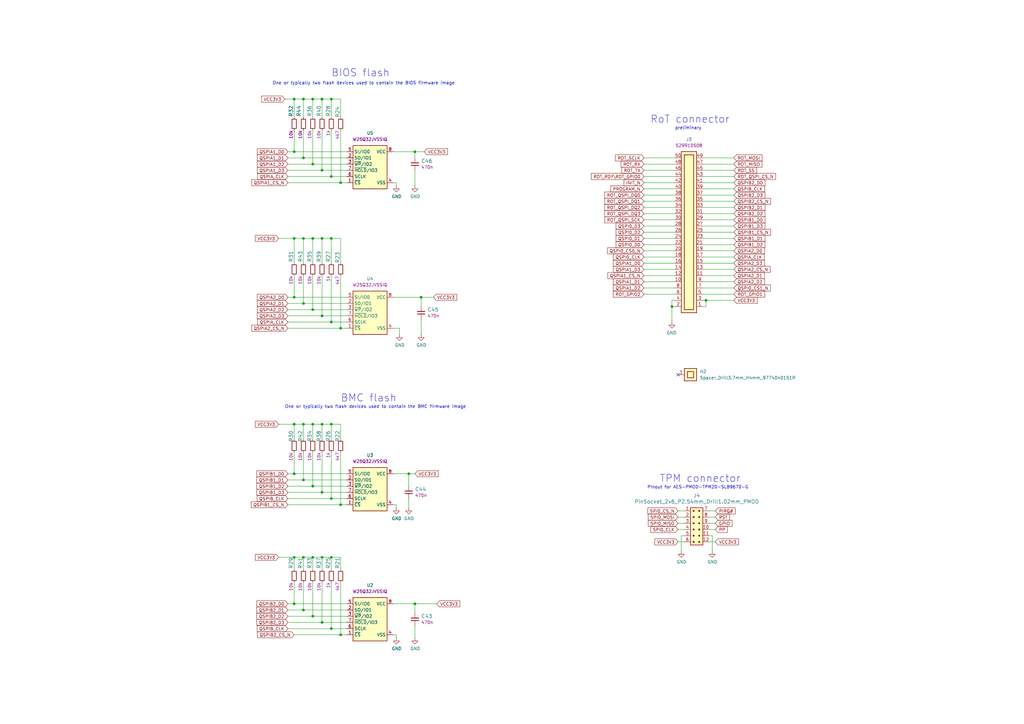
<source format=kicad_sch>
(kicad_sch (version 20230121) (generator eeschema)
  (paper "A3")
  (title_block (title "ECP5 - Datacenter Secure Control Module (DC-SCM)") (date "2024-07-15") (rev "1.2.1"))
  (junction (at 132.08 40.64))
  (junction (at 128.27 199.39))
  (junction (at 135.89 97.79))
  (junction (at 124.46 250.19))
  (junction (at 139.7 74.93))
  (junction (at 124.46 97.79))
  (junction (at 120.65 173.99))
  (junction (at 120.65 40.64))
  (junction (at 135.89 72.39))
  (junction (at 124.46 228.6))
  (junction (at 132.08 129.54))
  (junction (at 120.65 194.31))
  (junction (at 128.27 173.99))
  (junction (at 124.46 40.64))
  (junction (at 128.27 228.6))
  (junction (at 120.65 97.79))
  (junction (at 170.18 62.23))
  (junction (at 120.65 228.6))
  (junction (at 135.89 204.47))
  (junction (at 120.65 247.65))
  (junction (at 172.72 121.92))
  (junction (at 124.46 124.46))
  (junction (at 124.46 173.99))
  (junction (at 135.89 228.6))
  (junction (at 132.08 255.27))
  (junction (at 132.08 228.6))
  (junction (at 135.89 257.81))
  (junction (at 139.7 207.01))
  (junction (at 132.08 201.93))
  (junction (at 124.46 196.85))
  (junction (at 135.89 173.99))
  (junction (at 132.08 173.99))
  (junction (at 135.89 132.08))
  (junction (at 132.08 97.79))
  (junction (at 289.56 123.19))
  (junction (at 120.65 62.23))
  (junction (at 170.18 247.65))
  (junction (at 139.7 134.62))
  (junction (at 128.27 252.73))
  (junction (at 124.46 64.77))
  (junction (at 135.89 40.64))
  (junction (at 120.65 121.92))
  (junction (at 167.64 194.31))
  (junction (at 139.7 260.35))
  (junction (at 128.27 97.79))
  (junction (at 128.27 67.31))
  (junction (at 132.08 69.85))
  (junction (at 128.27 40.64))
  (junction (at 275.59 125.73))
  (junction (at 128.27 127))
  (no_connect (at 278.13 153.67))
  (wire (pts (xy 300.99 72.39) (xy 288.29 72.39)))
  (wire (pts (xy 139.7 260.35) (xy 142.24 260.35)))
  (wire (pts (xy 161.29 74.93) (xy 162.56 74.93)))
  (wire (pts (xy 118.11 199.39) (xy 128.27 199.39)))
  (wire (pts (xy 170.18 69.85) (xy 170.18 76.2)))
  (wire (pts (xy 118.11 247.65) (xy 120.65 247.65)))
  (wire (pts (xy 124.46 196.85) (xy 142.24 196.85)))
  (wire (pts (xy 114.3 173.99) (xy 120.65 173.99)))
  (wire (pts (xy 124.46 238.76) (xy 124.46 250.19)))
  (wire (pts (xy 120.65 194.31) (xy 142.24 194.31)))
  (wire (pts (xy 293.37 214.63) (xy 290.83 214.63)))
  (wire (pts (xy 120.65 121.92) (xy 142.24 121.92)))
  (wire (pts (xy 124.46 97.79) (xy 124.46 107.95)))
  (wire (pts (xy 132.08 201.93) (xy 142.24 201.93)))
  (wire (pts (xy 161.29 134.62) (xy 163.83 134.62)))
  (wire (pts (xy 289.56 123.19) (xy 289.56 125.73)))
  (wire (pts (xy 293.37 212.09) (xy 290.83 212.09)))
  (wire (pts (xy 116.84 40.64) (xy 120.65 40.64)))
  (wire (pts (xy 276.86 74.93) (xy 264.16 74.93)))
  (wire (pts (xy 278.13 214.63) (xy 280.67 214.63)))
  (wire (pts (xy 118.11 255.27) (xy 132.08 255.27)))
  (wire (pts (xy 124.46 40.64) (xy 128.27 40.64)))
  (wire (pts (xy 276.86 97.79) (xy 264.16 97.79)))
  (wire (pts (xy 132.08 228.6) (xy 132.08 233.68)))
  (wire (pts (xy 276.86 102.87) (xy 264.16 102.87)))
  (wire (pts (xy 275.59 125.73) (xy 275.59 132.08)))
  (wire (pts (xy 292.1 219.71) (xy 292.1 226.06)))
  (wire (pts (xy 139.7 207.01) (xy 142.24 207.01)))
  (wire (pts (xy 132.08 97.79) (xy 132.08 107.95)))
  (wire (pts (xy 120.65 247.65) (xy 142.24 247.65)))
  (wire (pts (xy 135.89 173.99) (xy 139.7 173.99)))
  (wire (pts (xy 118.11 250.19) (xy 124.46 250.19)))
  (wire (pts (xy 124.46 228.6) (xy 128.27 228.6)))
  (wire (pts (xy 288.29 105.41) (xy 300.99 105.41)))
  (wire (pts (xy 132.08 40.64) (xy 135.89 40.64)))
  (wire (pts (xy 288.29 97.79) (xy 300.99 97.79)))
  (wire (pts (xy 167.64 204.47) (xy 167.64 208.28)))
  (wire (pts (xy 135.89 72.39) (xy 142.24 72.39)))
  (wire (pts (xy 135.89 228.6) (xy 139.7 228.6)))
  (wire (pts (xy 278.13 209.55) (xy 280.67 209.55)))
  (wire (pts (xy 278.13 222.25) (xy 280.67 222.25)))
  (wire (pts (xy 278.13 217.17) (xy 280.67 217.17)))
  (wire (pts (xy 118.11 132.08) (xy 135.89 132.08)))
  (wire (pts (xy 128.27 97.79) (xy 132.08 97.79)))
  (wire (pts (xy 289.56 123.19) (xy 288.29 123.19)))
  (wire (pts (xy 276.86 69.85) (xy 264.16 69.85)))
  (wire (pts (xy 118.11 194.31) (xy 120.65 194.31)))
  (wire (pts (xy 276.86 115.57) (xy 264.16 115.57)))
  (wire (pts (xy 132.08 69.85) (xy 142.24 69.85)))
  (wire (pts (xy 276.86 110.49) (xy 264.16 110.49)))
  (wire (pts (xy 128.27 113.03) (xy 128.27 127)))
  (wire (pts (xy 135.89 173.99) (xy 132.08 173.99)))
  (wire (pts (xy 288.29 85.09) (xy 300.99 85.09)))
  (wire (pts (xy 264.16 105.41) (xy 276.86 105.41)))
  (wire (pts (xy 276.86 80.01) (xy 264.16 80.01)))
  (wire (pts (xy 170.18 247.65) (xy 179.07 247.65)))
  (wire (pts (xy 161.29 62.23) (xy 170.18 62.23)))
  (wire (pts (xy 170.18 62.23) (xy 170.18 64.77)))
  (wire (pts (xy 161.29 121.92) (xy 172.72 121.92)))
  (wire (pts (xy 128.27 173.99) (xy 128.27 180.34)))
  (wire (pts (xy 132.08 228.6) (xy 128.27 228.6)))
  (wire (pts (xy 300.99 74.93) (xy 288.29 74.93)))
  (wire (pts (xy 162.56 260.35) (xy 161.29 260.35)))
  (wire (pts (xy 135.89 185.42) (xy 135.89 204.47)))
  (wire (pts (xy 124.46 185.42) (xy 124.46 196.85)))
  (wire (pts (xy 118.11 121.92) (xy 120.65 121.92)))
  (wire (pts (xy 114.3 228.6) (xy 120.65 228.6)))
  (wire (pts (xy 172.72 130.81) (xy 172.72 137.16)))
  (wire (pts (xy 275.59 123.19) (xy 275.59 125.73)))
  (wire (pts (xy 120.65 185.42) (xy 120.65 194.31)))
  (wire (pts (xy 170.18 256.54) (xy 170.18 261.62)))
  (wire (pts (xy 275.59 125.73) (xy 276.86 125.73)))
  (wire (pts (xy 114.3 97.79) (xy 120.65 97.79)))
  (wire (pts (xy 135.89 228.6) (xy 132.08 228.6)))
  (wire (pts (xy 120.65 113.03) (xy 120.65 121.92)))
  (wire (pts (xy 118.11 207.01) (xy 139.7 207.01)))
  (wire (pts (xy 118.11 204.47) (xy 135.89 204.47)))
  (wire (pts (xy 293.37 217.17) (xy 290.83 217.17)))
  (wire (pts (xy 118.11 257.81) (xy 135.89 257.81)))
  (wire (pts (xy 135.89 204.47) (xy 142.24 204.47)))
  (wire (pts (xy 276.86 90.17) (xy 264.16 90.17)))
  (wire (pts (xy 276.86 87.63) (xy 264.16 87.63)))
  (wire (pts (xy 139.7 238.76) (xy 139.7 260.35)))
  (wire (pts (xy 288.29 90.17) (xy 300.99 90.17)))
  (wire (pts (xy 128.27 185.42) (xy 128.27 199.39)))
  (wire (pts (xy 118.11 67.31) (xy 128.27 67.31)))
  (wire (pts (xy 139.7 228.6) (xy 139.7 233.68)))
  (wire (pts (xy 135.89 257.81) (xy 142.24 257.81)))
  (wire (pts (xy 120.65 228.6) (xy 120.65 233.68)))
  (wire (pts (xy 276.86 113.03) (xy 264.16 113.03)))
  (wire (pts (xy 288.29 67.31) (xy 300.99 67.31)))
  (wire (pts (xy 118.11 74.93) (xy 139.7 74.93)))
  (wire (pts (xy 118.11 127) (xy 128.27 127)))
  (wire (pts (xy 128.27 238.76) (xy 128.27 252.73)))
  (wire (pts (xy 135.89 97.79) (xy 139.7 97.79)))
  (wire (pts (xy 162.56 260.35) (xy 162.56 261.62)))
  (wire (pts (xy 118.11 69.85) (xy 132.08 69.85)))
  (wire (pts (xy 288.29 92.71) (xy 300.99 92.71)))
  (wire (pts (xy 288.29 82.55) (xy 300.99 82.55)))
  (wire (pts (xy 132.08 173.99) (xy 128.27 173.99)))
  (wire (pts (xy 300.99 107.95) (xy 288.29 107.95)))
  (wire (pts (xy 118.11 196.85) (xy 124.46 196.85)))
  (wire (pts (xy 118.11 64.77) (xy 124.46 64.77)))
  (wire (pts (xy 128.27 228.6) (xy 128.27 233.68)))
  (wire (pts (xy 118.11 72.39) (xy 135.89 72.39)))
  (wire (pts (xy 172.72 121.92) (xy 177.8 121.92)))
  (wire (pts (xy 276.86 85.09) (xy 264.16 85.09)))
  (wire (pts (xy 118.11 124.46) (xy 124.46 124.46)))
  (wire (pts (xy 162.56 74.93) (xy 162.56 76.2)))
  (wire (pts (xy 120.65 40.64) (xy 120.65 48.26)))
  (wire (pts (xy 132.08 97.79) (xy 135.89 97.79)))
  (wire (pts (xy 139.7 113.03) (xy 139.7 134.62)))
  (wire (pts (xy 288.29 69.85) (xy 300.99 69.85)))
  (wire (pts (xy 132.08 53.34) (xy 132.08 69.85)))
  (wire (pts (xy 135.89 132.08) (xy 142.24 132.08)))
  (wire (pts (xy 135.89 53.34) (xy 135.89 72.39)))
  (wire (pts (xy 124.46 124.46) (xy 142.24 124.46)))
  (wire (pts (xy 120.65 260.35) (xy 139.7 260.35)))
  (wire (pts (xy 139.7 185.42) (xy 139.7 207.01)))
  (wire (pts (xy 276.86 64.77) (xy 264.16 64.77)))
  (wire (pts (xy 128.27 199.39) (xy 142.24 199.39)))
  (wire (pts (xy 124.46 173.99) (xy 124.46 180.34)))
  (wire (pts (xy 162.56 207.01) (xy 161.29 207.01)))
  (wire (pts (xy 170.18 247.65) (xy 161.29 247.65)))
  (wire (pts (xy 132.08 255.27) (xy 142.24 255.27)))
  (wire (pts (xy 162.56 208.28) (xy 162.56 207.01)))
  (wire (pts (xy 163.83 134.62) (xy 163.83 137.16)))
  (wire (pts (xy 135.89 173.99) (xy 135.89 180.34)))
  (wire (pts (xy 120.65 173.99) (xy 124.46 173.99)))
  (wire (pts (xy 120.65 228.6) (xy 124.46 228.6)))
  (wire (pts (xy 289.56 123.19) (xy 300.99 123.19)))
  (wire (pts (xy 288.29 80.01) (xy 300.99 80.01)))
  (wire (pts (xy 128.27 40.64) (xy 132.08 40.64)))
  (wire (pts (xy 118.11 62.23) (xy 120.65 62.23)))
  (wire (pts (xy 139.7 53.34) (xy 139.7 74.93)))
  (wire (pts (xy 132.08 129.54) (xy 142.24 129.54)))
  (wire (pts (xy 118.11 252.73) (xy 128.27 252.73)))
  (wire (pts (xy 300.99 113.03) (xy 288.29 113.03)))
  (wire (pts (xy 135.89 113.03) (xy 135.89 132.08)))
  (wire (pts (xy 124.46 97.79) (xy 128.27 97.79)))
  (wire (pts (xy 278.13 212.09) (xy 280.67 212.09)))
  (wire (pts (xy 135.89 97.79) (xy 135.89 107.95)))
  (wire (pts (xy 124.46 250.19) (xy 142.24 250.19)))
  (wire (pts (xy 276.86 92.71) (xy 264.16 92.71)))
  (wire (pts (xy 128.27 97.79) (xy 128.27 107.95)))
  (wire (pts (xy 276.86 100.33) (xy 264.16 100.33)))
  (wire (pts (xy 118.11 134.62) (xy 139.7 134.62)))
  (wire (pts (xy 128.27 53.34) (xy 128.27 67.31)))
  (wire (pts (xy 124.46 40.64) (xy 124.46 48.26)))
  (wire (pts (xy 128.27 40.64) (xy 128.27 48.26)))
  (wire (pts (xy 120.65 40.64) (xy 124.46 40.64)))
  (wire (pts (xy 128.27 127) (xy 142.24 127)))
  (wire (pts (xy 120.65 62.23) (xy 142.24 62.23)))
  (wire (pts (xy 132.08 238.76) (xy 132.08 255.27)))
  (wire (pts (xy 293.37 209.55) (xy 290.83 209.55)))
  (wire (pts (xy 290.83 219.71) (xy 292.1 219.71)))
  (wire (pts (xy 275.59 123.19) (xy 276.86 123.19)))
  (wire (pts (xy 300.99 77.47) (xy 288.29 77.47)))
  (wire (pts (xy 139.7 74.93) (xy 142.24 74.93)))
  (wire (pts (xy 290.83 222.25) (xy 293.37 222.25)))
  (wire (pts (xy 120.65 97.79) (xy 124.46 97.79)))
  (wire (pts (xy 276.86 95.25) (xy 264.16 95.25)))
  (wire (pts (xy 139.7 48.26) (xy 139.7 40.64)))
  (wire (pts (xy 276.86 120.65) (xy 264.16 120.65)))
  (wire (pts (xy 128.27 252.73) (xy 142.24 252.73)))
  (wire (pts (xy 120.65 97.79) (xy 120.65 107.95)))
  (wire (pts (xy 132.08 173.99) (xy 132.08 180.34)))
  (wire (pts (xy 288.29 64.77) (xy 300.99 64.77)))
  (wire (pts (xy 118.11 129.54) (xy 132.08 129.54)))
  (wire (pts (xy 288.29 118.11) (xy 300.99 118.11)))
  (wire (pts (xy 139.7 134.62) (xy 142.24 134.62)))
  (wire (pts (xy 139.7 40.64) (xy 135.89 40.64)))
  (wire (pts (xy 124.46 228.6) (xy 124.46 233.68)))
  (wire (pts (xy 288.29 100.33) (xy 300.99 100.33)))
  (wire (pts (xy 120.65 238.76) (xy 120.65 247.65)))
  (wire (pts (xy 135.89 40.64) (xy 135.89 48.26)))
  (wire (pts (xy 289.56 125.73) (xy 288.29 125.73)))
  (wire (pts (xy 170.18 62.23) (xy 173.99 62.23)))
  (wire (pts (xy 132.08 113.03) (xy 132.08 129.54)))
  (wire (pts (xy 124.46 64.77) (xy 142.24 64.77)))
  (wire (pts (xy 135.89 238.76) (xy 135.89 257.81)))
  (wire (pts (xy 276.86 67.31) (xy 264.16 67.31)))
  (wire (pts (xy 276.86 77.47) (xy 264.16 77.47)))
  (wire (pts (xy 167.64 194.31) (xy 170.18 194.31)))
  (wire (pts (xy 139.7 97.79) (xy 139.7 107.95)))
  (wire (pts (xy 276.86 118.11) (xy 264.16 118.11)))
  (wire (pts (xy 132.08 185.42) (xy 132.08 201.93)))
  (wire (pts (xy 170.18 247.65) (xy 170.18 251.46)))
  (wire (pts (xy 124.46 53.34) (xy 124.46 64.77)))
  (wire (pts (xy 132.08 40.64) (xy 132.08 48.26)))
  (wire (pts (xy 300.99 110.49) (xy 288.29 110.49)))
  (wire (pts (xy 128.27 67.31) (xy 142.24 67.31)))
  (wire (pts (xy 288.29 102.87) (xy 300.99 102.87)))
  (wire (pts (xy 172.72 121.92) (xy 172.72 125.73)))
  (wire (pts (xy 120.65 53.34) (xy 120.65 62.23)))
  (wire (pts (xy 279.4 219.71) (xy 279.4 226.06)))
  (wire (pts (xy 276.86 72.39) (xy 264.16 72.39)))
  (wire (pts (xy 124.46 173.99) (xy 128.27 173.99)))
  (wire (pts (xy 120.65 173.99) (xy 120.65 180.34)))
  (wire (pts (xy 139.7 173.99) (xy 139.7 180.34)))
  (wire (pts (xy 124.46 113.03) (xy 124.46 124.46)))
  (wire (pts (xy 276.86 107.95) (xy 264.16 107.95)))
  (wire (pts (xy 288.29 120.65) (xy 300.99 120.65)))
  (wire (pts (xy 300.99 115.57) (xy 288.29 115.57)))
  (wire (pts (xy 167.64 194.31) (xy 167.64 199.39)))
  (wire (pts (xy 276.86 82.55) (xy 264.16 82.55)))
  (wire (pts (xy 161.29 194.31) (xy 167.64 194.31)))
  (wire (pts (xy 288.29 95.25) (xy 300.99 95.25)))
  (wire (pts (xy 118.11 201.93) (xy 132.08 201.93)))
  (wire (pts (xy 288.29 87.63) (xy 300.99 87.63)))
  (wire (pts (xy 280.67 219.71) (xy 279.4 219.71)))
  (wire (pts (xy 135.89 228.6) (xy 135.89 233.68)))
  (text "BMC flash" (at 139.7 165.1 0) (effects (font (size 2.9972 2.9972)) (justify left bottom)))
  (text "One or typically two flash devices used to contain the BIOS firmware image" (at 111.76 34.925 0) (effects (font (size 1.27 1.27)) (justify left bottom)))
  (text "preliminary\n" (at 276.86 53.34 0) (effects (font (size 1.27 1.27)) (justify left bottom)))
  (text "BIOS flash" (at 135.89 31.75 0) (effects (font (size 2.9972 2.9972)) (justify left bottom)))
  (text "Pinout for AES-PMOD-TPM20-SLB9670-G" (at 265.43 200.66 0) (effects (font (size 1.27 1.27)) (justify left bottom)))
  (text "RoT connector" (at 266.7 50.8 0) (effects (font (size 2.9972 2.9972)) (justify left bottom)))
  (text "One or typically two flash devices used to contain the BMC firmware image" (at 116.84 167.64 0) (effects (font (size 1.27 1.27)) (justify left bottom)))
  (text "TPM connector" (at 270.51 198.12 0) (effects (font (size 2.9972 2.9972)) (justify left bottom)))
  (global_label "QSPIA1_D1" (shape input) (at 264.16 115.57 180) (property "Intersheetrefs" "${INTERSHEET_REFS}" (effects hide)))
  (global_label "QSPIB2_D1" (shape input) (at 118.11 250.19 180) (property "Intersheetrefs" "${INTERSHEET_REFS}" (effects hide)))
  (global_label "PP" (shape input) (at 293.37 217.17 0) (property "Intersheetrefs" "${INTERSHEET_REFS}" (effects hide)))
  (global_label "QSPIB1_CS_N" (shape input) (at 118.11 207.01 180) (property "Intersheetrefs" "${INTERSHEET_REFS}" (effects hide)))
  (global_label "QSPIB_CLK" (shape input) (at 300.99 77.47 0) (property "Intersheetrefs" "${INTERSHEET_REFS}" (effects hide)))
  (global_label "QSPI0_D3" (shape input) (at 264.16 92.71 180) (property "Intersheetrefs" "${INTERSHEET_REFS}" (effects hide)))
  (global_label "QSPIB1_D1" (shape input) (at 118.11 196.85 180) (property "Intersheetrefs" "${INTERSHEET_REFS}" (effects hide)))
  (global_label "PROGRAM_N" (shape input) (at 264.16 77.47 180) (property "Intersheetrefs" "${INTERSHEET_REFS}" (effects hide)))
  (global_label "QSPIA_CLK" (shape input) (at 300.99 105.41 0) (property "Intersheetrefs" "${INTERSHEET_REFS}" (effects hide)))
  (global_label "ROT_QSPI_DQ2" (shape input) (at 264.16 85.09 180) (property "Intersheetrefs" "${INTERSHEET_REFS}" (effects hide)))
  (global_label "QSPIB2_D1" (shape input) (at 300.99 85.09 0) (property "Intersheetrefs" "${INTERSHEET_REFS}" (effects hide)))
  (global_label "QSPIA2_D0" (shape input) (at 118.11 121.92 180) (property "Intersheetrefs" "${INTERSHEET_REFS}" (effects hide)))
  (global_label "QSPIB1_D2" (shape input) (at 118.11 199.39 180) (property "Intersheetrefs" "${INTERSHEET_REFS}" (effects hide)))
  (global_label "QSPI0_CS0_N" (shape input) (at 264.16 102.87 180) (property "Intersheetrefs" "${INTERSHEET_REFS}" (effects hide)))
  (global_label "QSPIB2_D0" (shape input) (at 300.99 74.93 0) (property "Intersheetrefs" "${INTERSHEET_REFS}" (effects hide)))
  (global_label "ROT_QSPI_DQ1" (shape input) (at 264.16 82.55 180) (property "Intersheetrefs" "${INTERSHEET_REFS}" (effects hide)))
  (global_label "ROT_SCLK" (shape input) (at 264.16 64.77 180) (property "Intersheetrefs" "${INTERSHEET_REFS}" (effects hide)))
  (global_label "QSPIB1_D0" (shape input) (at 118.11 194.31 180) (property "Intersheetrefs" "${INTERSHEET_REFS}" (effects hide)))
  (global_label "QSPIB2_CS_N" (shape input) (at 120.65 260.35 180) (property "Intersheetrefs" "${INTERSHEET_REFS}" (effects hide)))
  (global_label "VCC3V3" (shape input) (at 116.84 40.64 180) (property "Intersheetrefs" "${INTERSHEET_REFS}" (effects hide)))
  (global_label "ROT_RDY\\ROT_GPIO0" (shape input) (at 264.16 72.39 180) (property "Intersheetrefs" "${INTERSHEET_REFS}" (effects hide)))
  (global_label "QSPIA1_D0" (shape input) (at 264.16 107.95 180) (property "Intersheetrefs" "${INTERSHEET_REFS}" (effects hide)))
  (global_label "ROT_QSPI_DQ3" (shape input) (at 264.16 87.63 180) (property "Intersheetrefs" "${INTERSHEET_REFS}" (effects hide)))
  (global_label "QSPIB1_D3" (shape input) (at 300.99 92.71 0) (property "Intersheetrefs" "${INTERSHEET_REFS}" (effects hide)))
  (global_label "QSPI0_CLK" (shape input) (at 264.16 105.41 180) (property "Intersheetrefs" "${INTERSHEET_REFS}" (effects hide)))
  (global_label "VCC3V3" (shape input) (at 177.8 121.92 0) (property "Intersheetrefs" "${INTERSHEET_REFS}" (effects hide)))
  (global_label "QSPIA1_D2" (shape input) (at 118.11 67.31 180) (property "Intersheetrefs" "${INTERSHEET_REFS}" (effects hide)))
  (global_label "VCC3V3" (shape input) (at 173.99 62.23 0) (property "Intersheetrefs" "${INTERSHEET_REFS}" (effects hide)))
  (global_label "QSPIA_CLK" (shape input) (at 118.11 132.08 180) (property "Intersheetrefs" "${INTERSHEET_REFS}" (effects hide)))
  (global_label "ROT_RX" (shape input) (at 264.16 67.31 180) (property "Intersheetrefs" "${INTERSHEET_REFS}" (effects hide)))
  (global_label "QSPIA2_D1" (shape input) (at 118.11 124.46 180) (property "Intersheetrefs" "${INTERSHEET_REFS}" (effects hide)))
  (global_label "QSPIB2_D3" (shape input) (at 118.11 255.27 180) (property "Intersheetrefs" "${INTERSHEET_REFS}" (effects hide)))
  (global_label "RST" (shape input) (at 293.37 212.09 0) (property "Intersheetrefs" "${INTERSHEET_REFS}" (effects hide)))
  (global_label "VCC3V3" (shape input) (at 170.18 194.31 0) (property "Intersheetrefs" "${INTERSHEET_REFS}" (effects hide)))
  (global_label "ROT_QSPI_DQ0" (shape input) (at 264.16 80.01 180) (property "Intersheetrefs" "${INTERSHEET_REFS}" (effects hide)))
  (global_label "ROT_TX" (shape input) (at 264.16 69.85 180) (property "Intersheetrefs" "${INTERSHEET_REFS}" (effects hide)))
  (global_label "VCC3V3" (shape input) (at 300.99 123.19 0) (property "Intersheetrefs" "${INTERSHEET_REFS}" (effects hide)))
  (global_label "QSPIB2_D0" (shape input) (at 118.11 247.65 180) (property "Intersheetrefs" "${INTERSHEET_REFS}" (effects hide)))
  (global_label "QSPI0_CS1_N" (shape input) (at 300.99 118.11 0) (property "Intersheetrefs" "${INTERSHEET_REFS}" (effects hide)))
  (global_label "VCC3V3" (shape input) (at 293.37 222.25 0) (property "Intersheetrefs" "${INTERSHEET_REFS}" (effects hide)))
  (global_label "QSPIA1_D2" (shape input) (at 264.16 118.11 180) (property "Intersheetrefs" "${INTERSHEET_REFS}" (effects hide)))
  (global_label "VCC3V3" (shape input) (at 114.3 97.79 180) (property "Intersheetrefs" "${INTERSHEET_REFS}" (effects hide)))
  (global_label "QSPI0_D1" (shape input) (at 264.16 97.79 180) (property "Intersheetrefs" "${INTERSHEET_REFS}" (effects hide)))
  (global_label "QSPIB1_CS_N" (shape input) (at 300.99 95.25 0) (property "Intersheetrefs" "${INTERSHEET_REFS}" (effects hide)))
  (global_label "VCC3V3" (shape input) (at 179.07 247.65 0) (property "Intersheetrefs" "${INTERSHEET_REFS}" (effects hide)))
  (global_label "QSPIB1_D3" (shape input) (at 118.11 201.93 180) (property "Intersheetrefs" "${INTERSHEET_REFS}" (effects hide)))
  (global_label "QSPIB1_D2" (shape input) (at 300.99 100.33 0) (property "Intersheetrefs" "${INTERSHEET_REFS}" (effects hide)))
  (global_label "QSPI0_D0" (shape input) (at 264.16 100.33 180) (property "Intersheetrefs" "${INTERSHEET_REFS}" (effects hide)))
  (global_label "QSPIA1_D3" (shape input) (at 264.16 110.49 180) (property "Intersheetrefs" "${INTERSHEET_REFS}" (effects hide)))
  (global_label "VCC3V3" (shape input) (at 114.3 173.99 180) (property "Intersheetrefs" "${INTERSHEET_REFS}" (effects hide)))
  (global_label "QSPIB2_CS_N" (shape input) (at 300.99 82.55 0) (property "Intersheetrefs" "${INTERSHEET_REFS}" (effects hide)))
  (global_label "ROT_SS" (shape input) (at 300.99 69.85 0) (property "Intersheetrefs" "${INTERSHEET_REFS}" (effects hide)))
  (global_label "PIRQ#" (shape input) (at 293.37 209.55 0) (property "Intersheetrefs" "${INTERSHEET_REFS}" (effects hide)))
  (global_label "VCC3V3" (shape input) (at 278.13 222.25 180) (property "Intersheetrefs" "${INTERSHEET_REFS}" (effects hide)))
  (global_label "ROT_GPIO2" (shape input) (at 264.16 120.65 180) (property "Intersheetrefs" "${INTERSHEET_REFS}" (effects hide)))
  (global_label "QSPIA2_D3" (shape input) (at 300.99 107.95 0) (property "Intersheetrefs" "${INTERSHEET_REFS}" (effects hide)))
  (global_label "INIT_N" (shape input) (at 264.16 74.93 180) (property "Intersheetrefs" "${INTERSHEET_REFS}" (effects hide)))
  (global_label "QSPIB1_D0" (shape input) (at 300.99 90.17 0) (property "Intersheetrefs" "${INTERSHEET_REFS}" (effects hide)))
  (global_label "QSPIB2_D3" (shape input) (at 300.99 80.01 0) (property "Intersheetrefs" "${INTERSHEET_REFS}" (effects hide)))
  (global_label "QSPIB2_D2" (shape input) (at 118.11 252.73 180) (property "Intersheetrefs" "${INTERSHEET_REFS}" (effects hide)))
  (global_label "QSPI0_D2" (shape input) (at 264.16 95.25 180) (property "Intersheetrefs" "${INTERSHEET_REFS}" (effects hide)))
  (global_label "QSPIA1_D1" (shape input) (at 118.11 64.77 180) (property "Intersheetrefs" "${INTERSHEET_REFS}" (effects hide)))
  (global_label "QSPIA2_D2" (shape input) (at 118.11 127 180) (property "Intersheetrefs" "${INTERSHEET_REFS}" (effects hide)))
  (global_label "QSPIA1_D0" (shape input) (at 118.11 62.23 180) (property "Intersheetrefs" "${INTERSHEET_REFS}" (effects hide)))
  (global_label "QSPIA_CLK" (shape input) (at 118.11 72.39 180) (property "Intersheetrefs" "${INTERSHEET_REFS}" (effects hide)))
  (global_label "SPI0_CS_N" (shape input) (at 278.13 209.55 180) (property "Intersheetrefs" "${INTERSHEET_REFS}" (effects hide)))
  (global_label "SPI0_MISO" (shape input) (at 278.13 214.63 180) (property "Intersheetrefs" "${INTERSHEET_REFS}" (effects hide)))
  (global_label "QSPIB_CLK" (shape input) (at 118.11 257.81 180) (property "Intersheetrefs" "${INTERSHEET_REFS}" (effects hide)))
  (global_label "QSPIA1_CS_N" (shape input) (at 118.11 74.93 180) (property "Intersheetrefs" "${INTERSHEET_REFS}" (effects hide)))
  (global_label "ROT_MOSI" (shape input) (at 300.99 64.77 0) (property "Intersheetrefs" "${INTERSHEET_REFS}" (effects hide)))
  (global_label "SPI0_MOSI" (shape input) (at 278.13 212.09 180) (property "Intersheetrefs" "${INTERSHEET_REFS}" (effects hide)))
  (global_label "VCC3V3" (shape input) (at 114.3 228.6 180) (property "Intersheetrefs" "${INTERSHEET_REFS}" (effects hide)))
  (global_label "ROT_MISO" (shape input) (at 300.99 67.31 0) (property "Intersheetrefs" "${INTERSHEET_REFS}" (effects hide)))
  (global_label "QSPIA2_D3" (shape input) (at 118.11 129.54 180) (property "Intersheetrefs" "${INTERSHEET_REFS}" (effects hide)))
  (global_label "QSPIA2_D1" (shape input) (at 300.99 113.03 0) (property "Intersheetrefs" "${INTERSHEET_REFS}" (effects hide)))
  (global_label "QSPIA2_CS_N" (shape input) (at 300.99 110.49 0) (property "Intersheetrefs" "${INTERSHEET_REFS}" (effects hide)))
  (global_label "SPI0_CLK" (shape input) (at 278.13 217.17 180) (property "Intersheetrefs" "${INTERSHEET_REFS}" (effects hide)))
  (global_label "QSPIA1_CS_N" (shape input) (at 264.16 113.03 180) (property "Intersheetrefs" "${INTERSHEET_REFS}" (effects hide)))
  (global_label "QSPIA2_D0" (shape input) (at 300.99 102.87 0) (property "Intersheetrefs" "${INTERSHEET_REFS}" (effects hide)))
  (global_label "ROT_QSPI_CS_N" (shape input) (at 300.99 72.39 0) (property "Intersheetrefs" "${INTERSHEET_REFS}" (effects hide)))
  (global_label "ROT_GPIO1" (shape input) (at 300.99 120.65 0) (property "Intersheetrefs" "${INTERSHEET_REFS}" (effects hide)))
  (global_label "QSPIB_CLK" (shape input) (at 118.11 204.47 180) (property "Intersheetrefs" "${INTERSHEET_REFS}" (effects hide)))
  (global_label "ROT_QSPI_SCK" (shape input) (at 264.16 90.17 180) (property "Intersheetrefs" "${INTERSHEET_REFS}" (effects hide)))
  (global_label "QSPIA2_D2" (shape input) (at 300.99 115.57 0) (property "Intersheetrefs" "${INTERSHEET_REFS}" (effects hide)))
  (global_label "QSPIA2_CS_N" (shape input) (at 118.11 134.62 180) (property "Intersheetrefs" "${INTERSHEET_REFS}" (effects hide)))
  (global_label "GPIO" (shape input) (at 293.37 214.63 0) (property "Intersheetrefs" "${INTERSHEET_REFS}" (effects hide)))
  (global_label "QSPIA1_D3" (shape input) (at 118.11 69.85 180) (property "Intersheetrefs" "${INTERSHEET_REFS}" (effects hide)))
  (global_label "QSPIB2_D2" (shape input) (at 300.99 87.63 0) (property "Intersheetrefs" "${INTERSHEET_REFS}" (effects hide)))
  (global_label "QSPIB1_D1" (shape input) (at 300.99 97.79 0) (property "Intersheetrefs" "${INTERSHEET_REFS}" (effects hide)))
  (symbol (lib_id "antmicroResistors0402:R_4k7_0402") (at 139.7 48.26 270) (unit 1)
    (property "Reference" "R24" (at 138.43 48.26 0) (effects (font (size 1.524 1.524)) (justify right)))
    (property "Value" "R_4k7_0402" (effects hide))
    (property "Footprint" "antmicro-footprints:R_0402_1005Metric" (effects hide))
    (property "Datasheet" "https://www.bourns.com/docs/product-datasheets/cr.pdf" (effects hide))
    (property "Manufacturer" "Bourns" (effects hide))
    (property "MPN" "CR0402-FX-4701GLF" (effects hide))
    (property "Val" "4k7" (at 138.43 57.15 0) (effects (justify right)))
    (property "License" "Apache-2.0" (effects hide))
    (property "Author" "Antmicro" (effects hide))
    (property "Tolerance" "1%" (effects hide))
    (property "Public" "False" (effects hide))
  )
  (symbol (lib_id "antmicroResistors0402:R_1k_0402") (at 135.89 48.26 270) (unit 1)
    (property "Reference" "R28" (at 134.62 43.18 0) (effects (font (size 1.524 1.524)) (justify left)))
    (property "Value" "R_1k_0402" (effects hide))
    (property "Footprint" "antmicro-footprints:R_0402_1005Metric" (effects hide))
    (property "Datasheet" "https://www.bourns.com/docs/product-datasheets/cr.pdf" (effects hide))
    (property "Manufacturer" "Bourns" (effects hide))
    (property "MPN" "CR0402-FX-1001GLF" (effects hide))
    (property "Val" "1k" (at 134.62 53.34 0) (effects (justify left)))
    (property "License" "Apache-2.0" (effects hide))
    (property "Author" "Antmicro" (effects hide))
    (property "Tolerance" "1%" (effects hide))
    (property "Public" "False" (effects hide))
  )
  (symbol (lib_id "antmicroResistors0402:R_10k_0402") (at 120.65 53.34 90) (unit 1)
    (property "Reference" "R32" (at 119.38 43.18 0) (effects (font (size 1.524 1.524)) (justify right)))
    (property "Value" "R_10k_0402" (effects hide))
    (property "Footprint" "antmicro-footprints:R_0402_1005Metric" (effects hide))
    (property "Datasheet" "https://www.bourns.com/docs/product-datasheets/cr.pdf" (effects hide))
    (property "Manufacturer" "Bourns" (effects hide))
    (property "MPN" "CR0402-FX-1002GLF" (effects hide))
    (property "Val" "10k" (at 119.38 53.34 0) (effects (justify right)))
    (property "License" "Apache-2.0" (effects hide))
    (property "Author" "Antmicro" (effects hide))
    (property "Tolerance" "1%" (effects hide))
    (property "Public" "False" (effects hide))
  )
  (symbol (lib_id "antmicroResistors0402:R_10k_0402") (at 132.08 53.34 90) (unit 1)
    (property "Reference" "R40" (at 130.81 43.18 0) (effects (font (size 1.524 1.524)) (justify right)))
    (property "Value" "R_10k_0402" (effects hide))
    (property "Footprint" "antmicro-footprints:R_0402_1005Metric" (effects hide))
    (property "Datasheet" "https://www.bourns.com/docs/product-datasheets/cr.pdf" (effects hide))
    (property "Manufacturer" "Bourns" (effects hide))
    (property "MPN" "CR0402-FX-1002GLF" (effects hide))
    (property "Val" "10k" (at 130.81 53.34 0) (effects (justify right)))
    (property "License" "Apache-2.0" (effects hide))
    (property "Author" "Antmicro" (effects hide))
    (property "Tolerance" "1%" (effects hide))
    (property "Public" "False" (effects hide))
  )
  (symbol (lib_id "antmicroResistors0402:R_10k_0402") (at 124.46 53.34 90) (unit 1)
    (property "Reference" "R44" (at 122.555 43.18 0) (effects (font (size 1.524 1.524)) (justify right)))
    (property "Value" "R_10k_0402" (effects hide))
    (property "Footprint" "antmicro-footprints:R_0402_1005Metric" (effects hide))
    (property "Datasheet" "https://www.bourns.com/docs/product-datasheets/cr.pdf" (effects hide))
    (property "Manufacturer" "Bourns" (effects hide))
    (property "MPN" "CR0402-FX-1002GLF" (effects hide))
    (property "Val" "10k" (at 123.19 53.34 0) (effects (justify right)))
    (property "License" "Apache-2.0" (effects hide))
    (property "Author" "Antmicro" (effects hide))
    (property "Tolerance" "1%" (effects hide))
    (property "Public" "False" (effects hide))
  )
  (symbol (lib_id "antmicroCapacitors0402:C_470n_0402") (at 170.18 69.85 90) (unit 1)
    (property "Reference" "C46" (at 172.72 66.0336 90) (effects (font (size 1.524 1.524)) (justify right)))
    (property "Value" "C_470n_0402" (effects hide))
    (property "Footprint" "antmicro-footprints:C_0402_1005Metric" (effects hide))
    (property "Datasheet" "https://product.tdk.com/en/search/capacitor/ceramic/mlcc/info?part_no=C1005X5R1E474M050BB" (effects hide))
    (property "Manufacturer" "TDK" (effects hide))
    (property "MPN" "C1005X5R1E474M050BB" (effects hide))
    (property "Val" "470n" (at 172.72 68.5736 90) (effects (justify right)))
    (property "License" "Apache-2.0" (effects hide))
    (property "Author" "Antmicro" (effects hide))
    (property "Public" "False" (effects hide))
  )
  (symbol (lib_id "antmicropower:GND") (at 170.18 76.2 0) (unit 1)
    (property "Reference" "#PWR019" (effects hide))
    (property "Value" "GND" (at 170.307 80.5942 0))
    (property "Author" "Antmicro" (effects hide))
    (property "License" "Apache-2.0" (effects hide))
  )
  (symbol (lib_id "antmicroResistors0402:R_10k_0402") (at 128.27 53.34 90) (unit 1)
    (property "Reference" "R36" (at 127 43.18 0) (effects (font (size 1.524 1.524)) (justify right)))
    (property "Value" "R_10k_0402" (effects hide))
    (property "Footprint" "antmicro-footprints:R_0402_1005Metric" (effects hide))
    (property "Datasheet" "https://www.bourns.com/docs/product-datasheets/cr.pdf" (effects hide))
    (property "Manufacturer" "Bourns" (effects hide))
    (property "MPN" "CR0402-FX-1002GLF" (effects hide))
    (property "Val" "10k" (at 127 53.34 0) (effects (justify right)))
    (property "License" "Apache-2.0" (effects hide))
    (property "Author" "Antmicro" (effects hide))
    (property "Tolerance" "1%" (effects hide))
    (property "Public" "False" (effects hide))
  )
  (symbol (lib_id "antmicropower:GND") (at 279.4 226.06 0) (unit 1)
    (property "Reference" "#PWR025" (effects hide))
    (property "Value" "GND" (at 279.527 230.4542 0))
    (property "Author" "Antmicro" (effects hide))
    (property "License" "Apache-2.0" (effects hide))
  )
  (symbol (lib_id "antmicropower:GND") (at 292.1 226.06 0) (unit 1)
    (property "Reference" "#PWR026" (effects hide))
    (property "Value" "GND" (at 292.227 230.4542 0))
    (property "Author" "Antmicro" (effects hide))
    (property "License" "Apache-2.0" (effects hide))
  )
  (symbol (lib_id "antmicroResistors0402:R_4k7_0402") (at 139.7 107.95 270) (unit 1)
    (property "Reference" "R23" (at 138.43 107.95 0) (effects (font (size 1.524 1.524)) (justify right)))
    (property "Value" "R_4k7_0402" (effects hide))
    (property "Footprint" "antmicro-footprints:R_0402_1005Metric" (effects hide))
    (property "Datasheet" "https://www.bourns.com/docs/product-datasheets/cr.pdf" (effects hide))
    (property "Manufacturer" "Bourns" (effects hide))
    (property "MPN" "CR0402-FX-4701GLF" (effects hide))
    (property "Val" "4k7" (at 138.43 116.84 0) (effects (justify right)))
    (property "License" "Apache-2.0" (effects hide))
    (property "Author" "Antmicro" (effects hide))
    (property "Tolerance" "1%" (effects hide))
    (property "Public" "False" (effects hide))
  )
  (symbol (lib_id "antmicroResistors0402:R_1k_0402") (at 135.89 107.95 270) (unit 1)
    (property "Reference" "R27" (at 134.62 102.87 0) (effects (font (size 1.524 1.524)) (justify left)))
    (property "Value" "R_1k_0402" (effects hide))
    (property "Footprint" "antmicro-footprints:R_0402_1005Metric" (effects hide))
    (property "Datasheet" "https://www.bourns.com/docs/product-datasheets/cr.pdf" (effects hide))
    (property "Manufacturer" "Bourns" (effects hide))
    (property "MPN" "CR0402-FX-1001GLF" (effects hide))
    (property "Val" "1k" (at 134.62 113.03 0) (effects (justify left)))
    (property "License" "Apache-2.0" (effects hide))
    (property "Author" "Antmicro" (effects hide))
    (property "Tolerance" "1%" (effects hide))
    (property "Public" "False" (effects hide))
  )
  (symbol (lib_id "antmicroResistors0402:R_10k_0402") (at 120.65 113.03 90) (unit 1)
    (property "Reference" "R31" (at 119.38 102.87 0) (effects (font (size 1.524 1.524)) (justify right)))
    (property "Value" "R_10k_0402" (effects hide))
    (property "Footprint" "antmicro-footprints:R_0402_1005Metric" (effects hide))
    (property "Datasheet" "https://www.bourns.com/docs/product-datasheets/cr.pdf" (effects hide))
    (property "Manufacturer" "Bourns" (effects hide))
    (property "MPN" "CR0402-FX-1002GLF" (effects hide))
    (property "Val" "10k" (at 119.38 113.03 0) (effects (justify right)))
    (property "License" "Apache-2.0" (effects hide))
    (property "Author" "Antmicro" (effects hide))
    (property "Tolerance" "1%" (effects hide))
    (property "Public" "False" (effects hide))
  )
  (symbol (lib_id "antmicroResistors0402:R_10k_0402") (at 132.08 113.03 90) (unit 1)
    (property "Reference" "R39" (at 130.81 102.87 0) (effects (font (size 1.524 1.524)) (justify right)))
    (property "Value" "R_10k_0402" (effects hide))
    (property "Footprint" "antmicro-footprints:R_0402_1005Metric" (effects hide))
    (property "Datasheet" "https://www.bourns.com/docs/product-datasheets/cr.pdf" (effects hide))
    (property "Manufacturer" "Bourns" (effects hide))
    (property "MPN" "CR0402-FX-1002GLF" (effects hide))
    (property "Val" "10k" (at 130.81 113.03 0) (effects (justify right)))
    (property "License" "Apache-2.0" (effects hide))
    (property "Author" "Antmicro" (effects hide))
    (property "Tolerance" "1%" (effects hide))
    (property "Public" "False" (effects hide))
  )
  (symbol (lib_id "antmicroResistors0402:R_10k_0402") (at 124.46 113.03 90) (unit 1)
    (property "Reference" "R43" (at 123.19 102.87 0) (effects (font (size 1.524 1.524)) (justify right)))
    (property "Value" "R_10k_0402" (effects hide))
    (property "Footprint" "antmicro-footprints:R_0402_1005Metric" (effects hide))
    (property "Datasheet" "https://www.bourns.com/docs/product-datasheets/cr.pdf" (effects hide))
    (property "Manufacturer" "Bourns" (effects hide))
    (property "MPN" "CR0402-FX-1002GLF" (effects hide))
    (property "Val" "10k" (at 123.19 113.03 0) (effects (justify right)))
    (property "License" "Apache-2.0" (effects hide))
    (property "Author" "Antmicro" (effects hide))
    (property "Tolerance" "1%" (effects hide))
    (property "Public" "False" (effects hide))
  )
  (symbol (lib_id "antmicroCapacitors0402:C_470n_0402") (at 172.72 130.81 90) (unit 1)
    (property "Reference" "C45" (at 175.26 126.9936 90) (effects (font (size 1.524 1.524)) (justify right)))
    (property "Value" "C_470n_0402" (effects hide))
    (property "Footprint" "antmicro-footprints:C_0402_1005Metric" (effects hide))
    (property "Datasheet" "https://product.tdk.com/en/search/capacitor/ceramic/mlcc/info?part_no=C1005X5R1E474M050BB" (effects hide))
    (property "Manufacturer" "TDK" (effects hide))
    (property "MPN" "C1005X5R1E474M050BB" (effects hide))
    (property "Val" "470n" (at 175.26 129.5336 90) (effects (justify right)))
    (property "License" "Apache-2.0" (effects hide))
    (property "Author" "Antmicro" (effects hide))
    (property "Public" "False" (effects hide))
  )
  (symbol (lib_id "antmicropower:GND") (at 172.72 137.16 0) (unit 1)
    (property "Reference" "#PWR018" (effects hide))
    (property "Value" "GND" (at 172.847 141.5542 0))
    (property "Author" "Antmicro" (effects hide))
    (property "License" "Apache-2.0" (effects hide))
  )
  (symbol (lib_id "antmicroResistors0402:R_10k_0402") (at 128.27 113.03 90) (unit 1)
    (property "Reference" "R35" (at 127 102.87 0) (effects (font (size 1.524 1.524)) (justify right)))
    (property "Value" "R_10k_0402" (effects hide))
    (property "Footprint" "antmicro-footprints:R_0402_1005Metric" (effects hide))
    (property "Datasheet" "https://www.bourns.com/docs/product-datasheets/cr.pdf" (effects hide))
    (property "Manufacturer" "Bourns" (effects hide))
    (property "MPN" "CR0402-FX-1002GLF" (effects hide))
    (property "Val" "10k" (at 127 113.03 0) (effects (justify right)))
    (property "License" "Apache-2.0" (effects hide))
    (property "Author" "Antmicro" (effects hide))
    (property "Tolerance" "1%" (effects hide))
    (property "Public" "False" (effects hide))
  )
  (symbol (lib_id "antmicroResistors0402:R_4k7_0402") (at 139.7 180.34 270) (unit 1)
    (property "Reference" "R22" (at 138.43 176.53 0) (effects (font (size 1.524 1.524)) (justify left)))
    (property "Value" "R_4k7_0402" (effects hide))
    (property "Footprint" "antmicro-footprints:R_0402_1005Metric" (effects hide))
    (property "Datasheet" "https://www.bourns.com/docs/product-datasheets/cr.pdf" (effects hide))
    (property "Manufacturer" "Bourns" (effects hide))
    (property "MPN" "CR0402-FX-4701GLF" (effects hide))
    (property "Val" "4k7" (at 138.43 185.42 0) (effects (justify left)))
    (property "License" "Apache-2.0" (effects hide))
    (property "Author" "Antmicro" (effects hide))
    (property "Tolerance" "1%" (effects hide))
    (property "Public" "False" (effects hide))
  )
  (symbol (lib_id "antmicroResistors0402:R_1k_0402") (at 135.89 180.34 270) (unit 1)
    (property "Reference" "R26" (at 134.62 176.53 0) (effects (font (size 1.524 1.524)) (justify left)))
    (property "Value" "R_1k_0402" (effects hide))
    (property "Footprint" "antmicro-footprints:R_0402_1005Metric" (effects hide))
    (property "Datasheet" "https://www.bourns.com/docs/product-datasheets/cr.pdf" (effects hide))
    (property "Manufacturer" "Bourns" (effects hide))
    (property "MPN" "CR0402-FX-1001GLF" (effects hide))
    (property "Val" "1k" (at 134.62 185.42 0) (effects (justify left)))
    (property "License" "Apache-2.0" (effects hide))
    (property "Author" "Antmicro" (effects hide))
    (property "Tolerance" "1%" (effects hide))
    (property "Public" "False" (effects hide))
  )
  (symbol (lib_id "antmicroResistors0402:R_10k_0402") (at 120.65 185.42 90) (unit 1)
    (property "Reference" "R30" (at 119.38 176.53 0) (effects (font (size 1.524 1.524)) (justify right)))
    (property "Value" "R_10k_0402" (effects hide))
    (property "Footprint" "antmicro-footprints:R_0402_1005Metric" (effects hide))
    (property "Datasheet" "https://www.bourns.com/docs/product-datasheets/cr.pdf" (effects hide))
    (property "Manufacturer" "Bourns" (effects hide))
    (property "MPN" "CR0402-FX-1002GLF" (effects hide))
    (property "Val" "10k" (at 119.38 185.42 0) (effects (justify right)))
    (property "License" "Apache-2.0" (effects hide))
    (property "Author" "Antmicro" (effects hide))
    (property "Tolerance" "1%" (effects hide))
    (property "Public" "False" (effects hide))
  )
  (symbol (lib_id "antmicroResistors0402:R_10k_0402") (at 132.08 185.42 90) (unit 1)
    (property "Reference" "R38" (at 130.81 176.53 0) (effects (font (size 1.524 1.524)) (justify right)))
    (property "Value" "R_10k_0402" (effects hide))
    (property "Footprint" "antmicro-footprints:R_0402_1005Metric" (effects hide))
    (property "Datasheet" "https://www.bourns.com/docs/product-datasheets/cr.pdf" (effects hide))
    (property "Manufacturer" "Bourns" (effects hide))
    (property "MPN" "CR0402-FX-1002GLF" (effects hide))
    (property "Val" "10k" (at 130.81 185.42 0) (effects (justify right)))
    (property "License" "Apache-2.0" (effects hide))
    (property "Author" "Antmicro" (effects hide))
    (property "Tolerance" "1%" (effects hide))
    (property "Public" "False" (effects hide))
  )
  (symbol (lib_id "antmicroResistors0402:R_10k_0402") (at 124.46 185.42 90) (unit 1)
    (property "Reference" "R42" (at 123.19 176.53 0) (effects (font (size 1.524 1.524)) (justify right)))
    (property "Value" "R_10k_0402" (effects hide))
    (property "Footprint" "antmicro-footprints:R_0402_1005Metric" (effects hide))
    (property "Datasheet" "https://www.bourns.com/docs/product-datasheets/cr.pdf" (effects hide))
    (property "Manufacturer" "Bourns" (effects hide))
    (property "MPN" "CR0402-FX-1002GLF" (effects hide))
    (property "Val" "10k" (at 123.19 185.42 0) (effects (justify right)))
    (property "License" "Apache-2.0" (effects hide))
    (property "Author" "Antmicro" (effects hide))
    (property "Tolerance" "1%" (effects hide))
    (property "Public" "False" (effects hide))
  )
  (symbol (lib_id "antmicroCapacitors0402:C_470n_0402") (at 167.64 204.47 90) (unit 1)
    (property "Reference" "C44" (at 170.18 200.6536 90) (effects (font (size 1.524 1.524)) (justify right)))
    (property "Value" "C_470n_0402" (effects hide))
    (property "Footprint" "antmicro-footprints:C_0402_1005Metric" (effects hide))
    (property "Datasheet" "https://product.tdk.com/en/search/capacitor/ceramic/mlcc/info?part_no=C1005X5R1E474M050BB" (effects hide))
    (property "Manufacturer" "TDK" (effects hide))
    (property "MPN" "C1005X5R1E474M050BB" (effects hide))
    (property "Val" "470n" (at 170.18 203.1936 90) (effects (justify right)))
    (property "License" "Apache-2.0" (effects hide))
    (property "Author" "Antmicro" (effects hide))
    (property "Public" "False" (effects hide))
  )
  (symbol (lib_id "antmicropower:GND") (at 167.64 208.28 0) (unit 1)
    (property "Reference" "#PWR017" (effects hide))
    (property "Value" "GND" (at 167.767 212.6742 0))
    (property "Author" "Antmicro" (effects hide))
    (property "License" "Apache-2.0" (effects hide))
  )
  (symbol (lib_id "antmicroResistors0402:R_10k_0402") (at 128.27 185.42 90) (unit 1)
    (property "Reference" "R34" (at 127 176.53 0) (effects (font (size 1.524 1.524)) (justify right)))
    (property "Value" "R_10k_0402" (effects hide))
    (property "Footprint" "antmicro-footprints:R_0402_1005Metric" (effects hide))
    (property "Datasheet" "https://www.bourns.com/docs/product-datasheets/cr.pdf" (effects hide))
    (property "Manufacturer" "Bourns" (effects hide))
    (property "MPN" "CR0402-FX-1002GLF" (effects hide))
    (property "Val" "10k" (at 127 185.42 0) (effects (justify right)))
    (property "License" "Apache-2.0" (effects hide))
    (property "Author" "Antmicro" (effects hide))
    (property "Tolerance" "1%" (effects hide))
    (property "Public" "False" (effects hide))
  )
  (symbol (lib_id "antmicroResistors0402:R_4k7_0402") (at 139.7 233.68 270) (unit 1)
    (property "Reference" "R21" (at 138.43 228.6 0) (effects (font (size 1.524 1.524)) (justify left)))
    (property "Value" "R_4k7_0402" (effects hide))
    (property "Footprint" "antmicro-footprints:R_0402_1005Metric" (effects hide))
    (property "Datasheet" "https://www.bourns.com/docs/product-datasheets/cr.pdf" (effects hide))
    (property "Manufacturer" "Bourns" (effects hide))
    (property "MPN" "CR0402-FX-4701GLF" (effects hide))
    (property "Val" "4k7" (at 138.43 238.76 0) (effects (justify left)))
    (property "License" "Apache-2.0" (effects hide))
    (property "Author" "Antmicro" (effects hide))
    (property "Tolerance" "1%" (effects hide))
    (property "Public" "False" (effects hide))
  )
  (symbol (lib_id "antmicroResistors0402:R_1k_0402") (at 135.89 233.68 270) (unit 1)
    (property "Reference" "R25" (at 134.62 228.6 0) (effects (font (size 1.524 1.524)) (justify left)))
    (property "Value" "R_1k_0402" (effects hide))
    (property "Footprint" "antmicro-footprints:R_0402_1005Metric" (effects hide))
    (property "Datasheet" "https://www.bourns.com/docs/product-datasheets/cr.pdf" (effects hide))
    (property "Manufacturer" "Bourns" (effects hide))
    (property "MPN" "CR0402-FX-1001GLF" (effects hide))
    (property "Val" "1k" (at 134.62 238.76 0) (effects (justify left)))
    (property "License" "Apache-2.0" (effects hide))
    (property "Author" "Antmicro" (effects hide))
    (property "Tolerance" "1%" (effects hide))
    (property "Public" "False" (effects hide))
  )
  (symbol (lib_id "antmicroResistors0402:R_10k_0402") (at 120.65 238.76 90) (unit 1)
    (property "Reference" "R29" (at 119.38 228.6 0) (effects (font (size 1.524 1.524)) (justify right)))
    (property "Value" "R_10k_0402" (effects hide))
    (property "Footprint" "antmicro-footprints:R_0402_1005Metric" (effects hide))
    (property "Datasheet" "https://www.bourns.com/docs/product-datasheets/cr.pdf" (effects hide))
    (property "Manufacturer" "Bourns" (effects hide))
    (property "MPN" "CR0402-FX-1002GLF" (effects hide))
    (property "Val" "10k" (at 119.38 238.76 0) (effects (justify right)))
    (property "License" "Apache-2.0" (effects hide))
    (property "Author" "Antmicro" (effects hide))
    (property "Tolerance" "1%" (effects hide))
    (property "Public" "False" (effects hide))
  )
  (symbol (lib_id "antmicroResistors0402:R_10k_0402") (at 132.08 238.76 90) (unit 1)
    (property "Reference" "R37" (at 130.81 228.6 0) (effects (font (size 1.524 1.524)) (justify right)))
    (property "Value" "R_10k_0402" (effects hide))
    (property "Footprint" "antmicro-footprints:R_0402_1005Metric" (effects hide))
    (property "Datasheet" "https://www.bourns.com/docs/product-datasheets/cr.pdf" (effects hide))
    (property "Manufacturer" "Bourns" (effects hide))
    (property "MPN" "CR0402-FX-1002GLF" (effects hide))
    (property "Val" "10k" (at 130.81 238.76 0) (effects (justify right)))
    (property "License" "Apache-2.0" (effects hide))
    (property "Author" "Antmicro" (effects hide))
    (property "Tolerance" "1%" (effects hide))
    (property "Public" "False" (effects hide))
  )
  (symbol (lib_id "antmicroResistors0402:R_10k_0402") (at 124.46 238.76 270) (mirror x) (unit 1)
    (property "Reference" "R41" (at 123.19 228.6 0) (effects (font (size 1.524 1.524)) (justify right)))
    (property "Value" "R_10k_0402" (effects hide))
    (property "Footprint" "antmicro-footprints:R_0402_1005Metric" (effects hide))
    (property "Datasheet" "https://www.bourns.com/docs/product-datasheets/cr.pdf" (effects hide))
    (property "Manufacturer" "Bourns" (effects hide))
    (property "MPN" "CR0402-FX-1002GLF" (effects hide))
    (property "Val" "10k" (at 123.19 238.76 0) (effects (justify right)))
    (property "License" "Apache-2.0" (effects hide))
    (property "Author" "Antmicro" (effects hide))
    (property "Tolerance" "1%" (effects hide))
    (property "Public" "False" (effects hide))
  )
  (symbol (lib_id "antmicroCapacitors0402:C_470n_0402") (at 170.18 256.54 90) (unit 1)
    (property "Reference" "C43" (at 172.72 252.7236 90) (effects (font (size 1.524 1.524)) (justify right)))
    (property "Value" "C_470n_0402" (effects hide))
    (property "Footprint" "antmicro-footprints:C_0402_1005Metric" (effects hide))
    (property "Datasheet" "https://product.tdk.com/en/search/capacitor/ceramic/mlcc/info?part_no=C1005X5R1E474M050BB" (effects hide))
    (property "Manufacturer" "TDK" (effects hide))
    (property "MPN" "C1005X5R1E474M050BB" (effects hide))
    (property "Val" "470n" (at 172.72 255.2636 90) (effects (justify right)))
    (property "License" "Apache-2.0" (effects hide))
    (property "Author" "Antmicro" (effects hide))
    (property "Public" "False" (effects hide))
  )
  (symbol (lib_id "antmicropower:GND") (at 170.18 261.62 0) (unit 1)
    (property "Reference" "#PWR016" (effects hide))
    (property "Value" "GND" (at 170.307 266.0142 0))
    (property "Author" "Antmicro" (effects hide))
    (property "License" "Apache-2.0" (effects hide))
  )
  (symbol (lib_id "antmicroResistors0402:R_10k_0402") (at 128.27 238.76 90) (unit 1)
    (property "Reference" "R33" (at 127 228.6 0) (effects (font (size 1.524 1.524)) (justify right)))
    (property "Value" "R_10k_0402" (effects hide))
    (property "Footprint" "antmicro-footprints:R_0402_1005Metric" (effects hide))
    (property "Datasheet" "https://www.bourns.com/docs/product-datasheets/cr.pdf" (effects hide))
    (property "Manufacturer" "Bourns" (effects hide))
    (property "MPN" "CR0402-FX-1002GLF" (effects hide))
    (property "Val" "10k" (at 127 238.76 0) (effects (justify right)))
    (property "License" "Apache-2.0" (effects hide))
    (property "Author" "Antmicro" (effects hide))
    (property "Tolerance" "1%" (effects hide))
    (property "Public" "False" (effects hide))
  )
  (symbol (lib_id "antmicropower:GND") (at 162.56 261.62 0) (unit 1)
    (property "Reference" "#PWR020" (effects hide))
    (property "Value" "GND" (at 162.687 266.0142 0))
    (property "Author" "Antmicro" (effects hide))
    (property "License" "Apache-2.0" (effects hide))
  )
  (symbol (lib_id "antmicroGenericPinSockets:PinSocket_2x6_P2.54mm_Drill1.02mm_PMOD") (at 280.67 209.55 0) (unit 1)
    (property "Reference" "J4" (at 285.75 203.2 0) (effects (font (size 1.524 1.524))))
    (property "Value" "PinSocket_2x6_P2.54mm_Drill1.02mm_PMOD" (at 285.75 205.74 0) (effects (font (size 1.524 1.524))))
    (property "Footprint" "antmicro-footprints:PinSocket_2x6_P2.54mm_Drill1.02mm_PMOD" (effects hide))
    (property "Datasheet" "https://cdn.harwin.com/pdfs/M20-783.pdf" (effects hide))
    (property "MPN" "M20-7830642" (effects hide))
    (property "Manufacturer" "Harwin" (effects hide))
    (property "Author" "Antmicro" (effects hide))
    (property "License" "Apache-2.0" (effects hide))
  )
  (symbol (lib_id "antmicropower:GND") (at 275.59 132.08 0) (mirror y) (unit 1)
    (property "Reference" "#PWR024" (effects hide))
    (property "Value" "GND" (at 275.463 136.4742 0))
    (property "Author" "Antmicro" (effects hide))
    (property "License" "Apache-2.0" (effects hide))
  )
  (symbol (lib_id "antmicroMemory:W25Q32JVSSIQ") (at 142.24 121.92 0) (unit 1)
    (property "Reference" "U4" (at 151.765 114.3 0))
    (property "Value" "W25Q32JVSSIQ" (effects hide))
    (property "Footprint" "antmicro-footprints:SOIC-8_5.3x5.3x2mm_P1.27mm" (effects hide))
    (property "Datasheet" "https://www.mouser.com/datasheet/2/949/w25q32jv_revg_03272018_plus-1489806.pdf" (effects hide))
    (property "MPN" "W25Q32JVSSIQ" (at 151.765 116.84 0))
    (property "Manufacturer" "Winbond" (effects hide))
    (property "Author" "Antmicro" (effects hide))
    (property "License" "Apache-2.0" (effects hide))
  )
  (symbol (lib_id "antmicropower:GND") (at 162.56 76.2 0) (unit 1)
    (property "Reference" "#PWR022" (effects hide))
    (property "Value" "GND" (at 162.687 80.5942 0))
    (property "Author" "Antmicro" (effects hide))
    (property "License" "Apache-2.0" (effects hide))
  )
  (symbol (lib_id "antmicroMemory:W25Q32JVSSIQ") (at 142.24 62.23 0) (unit 1)
    (property "Reference" "U5" (at 151.765 54.61 0))
    (property "Value" "W25Q32JVSSIQ" (effects hide))
    (property "Footprint" "antmicro-footprints:SOIC-8_5.3x5.3x2mm_P1.27mm" (effects hide))
    (property "Datasheet" "https://www.mouser.com/datasheet/2/949/w25q32jv_revg_03272018_plus-1489806.pdf" (effects hide))
    (property "MPN" "W25Q32JVSSIQ" (at 151.765 57.15 0))
    (property "Manufacturer" "Winbond" (effects hide))
    (property "Author" "Antmicro" (effects hide))
    (property "License" "Apache-2.0" (effects hide))
  )
  (symbol (lib_id "antmicroMemory:W25Q32JVSSIQ") (at 142.24 194.31 0) (unit 1)
    (property "Reference" "U3" (at 151.765 186.69 0))
    (property "Value" "W25Q32JVSSIQ" (effects hide))
    (property "Footprint" "antmicro-footprints:SOIC-8_5.3x5.3x2mm_P1.27mm" (effects hide))
    (property "Datasheet" "https://www.mouser.com/datasheet/2/949/w25q32jv_revg_03272018_plus-1489806.pdf" (effects hide))
    (property "MPN" "W25Q32JVSSIQ" (at 151.765 189.23 0))
    (property "Manufacturer" "Winbond" (effects hide))
    (property "Author" "Antmicro" (effects hide))
    (property "License" "Apache-2.0" (effects hide))
  )
  (symbol (lib_id "antmicroMemory:W25Q32JVSSIQ") (at 142.24 247.65 0) (unit 1)
    (property "Reference" "U2" (at 151.765 240.03 0))
    (property "Value" "W25Q32JVSSIQ" (effects hide))
    (property "Footprint" "antmicro-footprints:SOIC-8_5.3x5.3x2mm_P1.27mm" (effects hide))
    (property "Datasheet" "https://www.mouser.com/datasheet/2/949/w25q32jv_revg_03272018_plus-1489806.pdf" (effects hide))
    (property "MPN" "W25Q32JVSSIQ" (at 151.765 242.57 0))
    (property "Manufacturer" "Winbond" (effects hide))
    (property "Author" "Antmicro" (effects hide))
    (property "License" "Apache-2.0" (effects hide))
  )
  (symbol (lib_id "antmicropower:GND") (at 163.83 137.16 0) (unit 1)
    (property "Reference" "#PWR021" (effects hide))
    (property "Value" "GND" (at 163.957 141.5542 0))
    (property "Author" "Antmicro" (effects hide))
    (property "License" "Apache-2.0" (effects hide))
  )
  (symbol (lib_id "antmicropower:GND") (at 162.56 208.28 0) (unit 1)
    (property "Reference" "#PWR099" (effects hide))
    (property "Value" "GND" (at 162.687 212.6742 0))
    (property "Author" "Antmicro" (effects hide))
    (property "License" "Apache-2.0" (effects hide))
  )
  (symbol (lib_id "antmicroMechanicalParts:Spacer_Drill3.7mm_H4mm_9774040151R") (at 278.13 153.67 0) (unit 1)
    (property "Reference" "H2" (at 287.02 152.4 0) (effects (justify left)))
    (property "Value" "Spacer_Drill3.7mm_H4mm_9774040151R" (at 287.02 154.94 0) (effects (justify left)))
    (property "Footprint" "antmicro-footprints:Spacer_Drill3.7mm_H4mm_9774040151R" (effects hide))
    (property "Datasheet" "https://www.we-online.com/components/products/datasheet/9774040151R.pdf" (effects hide))
    (property "Manufacturer" "Würth Elektronik" (effects hide))
    (property "MPN" "9774040151R" (effects hide))
    (property "Author" "Antmicro" (effects hide))
    (property "Public" "False" (effects hide))
    (property "License" "Apache-2.0" (effects hide))
  )
  (symbol (lib_id "antmicroB2BConnectors:Plug_Molex_SlimStack_2x25_529910508") (at 288.29 125.73 180) (unit 1)
    (property "Reference" "J3" (at 282.575 57.15 0))
    (property "Value" "Plug_Molex_SlimStack_2x25_529910508" (effects hide))
    (property "Footprint" "antmicro-footprints:Conn_Plug_Molex_SlimStack_2x25_529910508" (effects hide))
    (property "Datasheet" "https://www.molex.com/en-us/products/part-detail/529910508?display=pdf" (effects hide))
    (property "MPN" "529910508" (at 282.575 59.69 0))
    (property "Manufacturer" "Molex" (effects hide))
    (property "Author" "Antmicro" (effects hide))
    (property "License" "Apache-2.0" (effects hide))
    (property "Pitch " "0.5 mm" (effects hide))
  )
)
</source>
